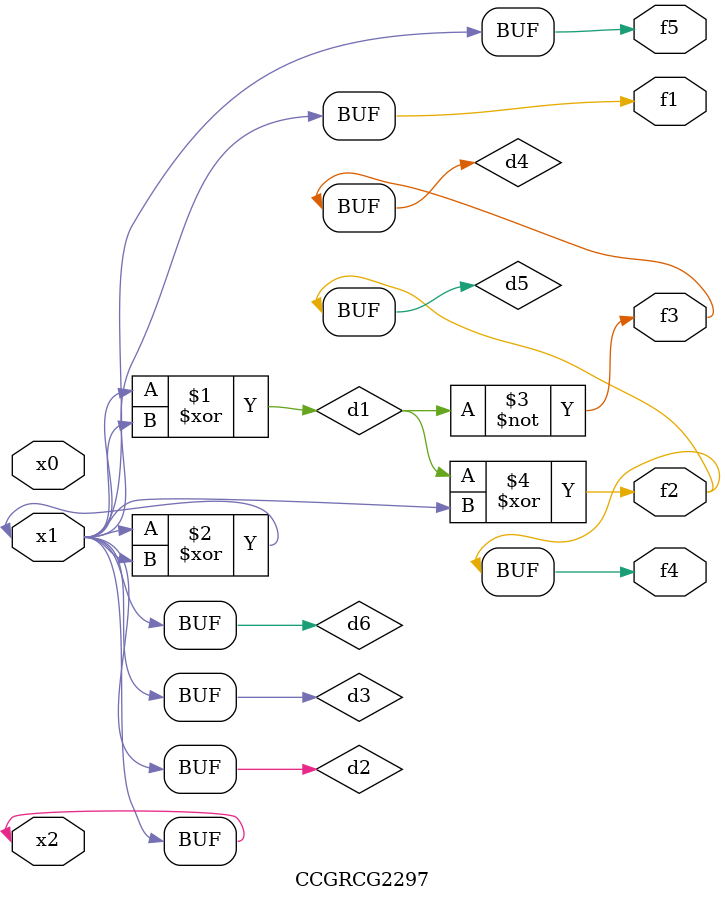
<source format=v>
module CCGRCG2297(
	input x0, x1, x2,
	output f1, f2, f3, f4, f5
);

	wire d1, d2, d3, d4, d5, d6;

	xor (d1, x1, x2);
	buf (d2, x1, x2);
	xor (d3, x1, x2);
	nor (d4, d1);
	xor (d5, d1, d2);
	buf (d6, d2, d3);
	assign f1 = d6;
	assign f2 = d5;
	assign f3 = d4;
	assign f4 = d5;
	assign f5 = d6;
endmodule

</source>
